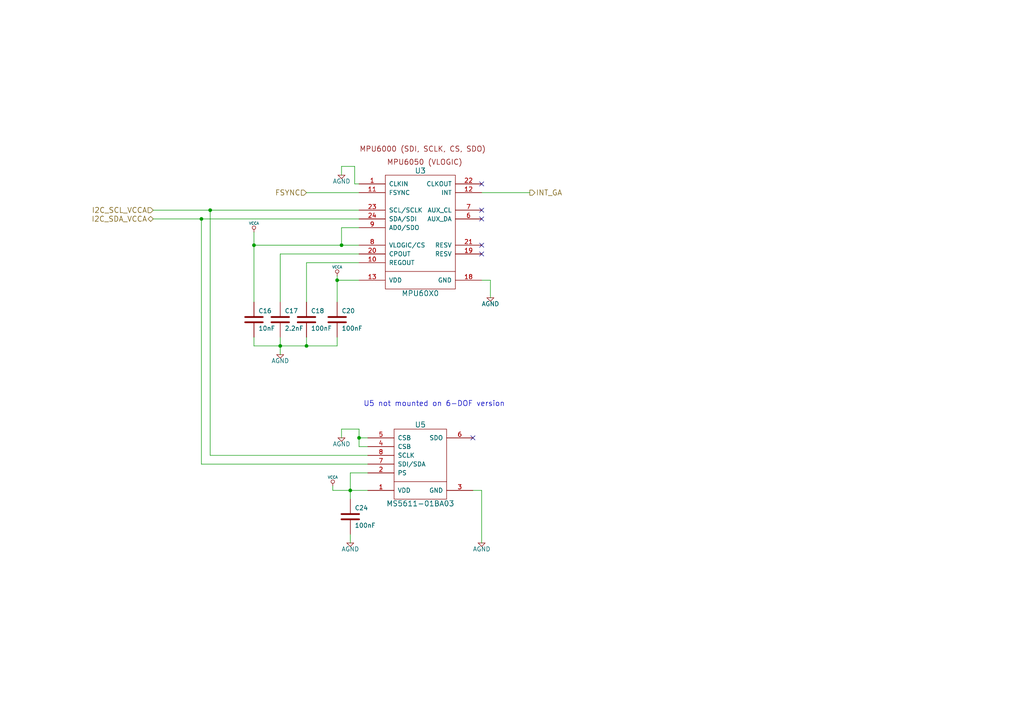
<source format=kicad_sch>
(kicad_sch (version 20211123) (generator eeschema)

  (uuid 5778dc8c-60fe-435e-b75a-362eae1b81ab)

  (paper "A4")

  (title_block
    (title "Crazyflie control board")
    (date "3 feb 2013")
    (rev "F")
    (company "Bitcraze AB (CC BY-NC-SA)")
  )

  (lib_symbols
    (symbol "Crazyflie-contol-board-rescue:AGND" (power) (pin_names (offset 0.254)) (in_bom yes) (on_board yes)
      (property "Reference" "#PWR" (id 0) (at 0 0 0)
        (effects (font (size 1.016 1.016)) hide)
      )
      (property "Value" "AGND" (id 1) (at 0 -1.778 0)
        (effects (font (size 1.27 1.27)))
      )
      (property "Footprint" "" (id 2) (at 0 0 0)
        (effects (font (size 1.27 1.27)) hide)
      )
      (property "Datasheet" "" (id 3) (at 0 0 0)
        (effects (font (size 1.27 1.27)) hide)
      )
      (symbol "AGND_0_1"
        (polyline
          (pts
            (xy -1.016 0)
            (xy 1.016 0)
            (xy 0 -1.016)
            (xy -1.016 0)
          )
          (stroke (width 0) (type default) (color 0 0 0 0))
          (fill (type none))
        )
      )
      (symbol "AGND_1_1"
        (pin power_in line (at 0 0 90) (length 0) hide
          (name "AGND" (effects (font (size 1.016 1.016))))
          (number "1" (effects (font (size 1.016 1.016))))
        )
      )
    )
    (symbol "Crazyflie-contol-board-rescue:C" (pin_numbers hide) (pin_names (offset 0.254)) (in_bom yes) (on_board yes)
      (property "Reference" "C" (id 0) (at 1.27 2.54 0)
        (effects (font (size 1.27 1.27)) (justify left))
      )
      (property "Value" "C" (id 1) (at 1.27 -2.54 0)
        (effects (font (size 1.27 1.27)) (justify left))
      )
      (property "Footprint" "" (id 2) (at 0 0 0)
        (effects (font (size 1.27 1.27)) hide)
      )
      (property "Datasheet" "" (id 3) (at 0 0 0)
        (effects (font (size 1.27 1.27)) hide)
      )
      (property "ki_fp_filters" "SM* C? C1-1" (id 4) (at 0 0 0)
        (effects (font (size 1.27 1.27)) hide)
      )
      (symbol "C_0_1"
        (polyline
          (pts
            (xy -2.54 -0.762)
            (xy 2.54 -0.762)
          )
          (stroke (width 0.508) (type default) (color 0 0 0 0))
          (fill (type none))
        )
        (polyline
          (pts
            (xy -2.54 0.762)
            (xy 2.54 0.762)
          )
          (stroke (width 0.508) (type default) (color 0 0 0 0))
          (fill (type none))
        )
      )
      (symbol "C_1_1"
        (pin passive line (at 0 5.08 270) (length 4.318)
          (name "~" (effects (font (size 1.016 1.016))))
          (number "1" (effects (font (size 1.016 1.016))))
        )
        (pin passive line (at 0 -5.08 90) (length 4.318)
          (name "~" (effects (font (size 1.016 1.016))))
          (number "2" (effects (font (size 1.016 1.016))))
        )
      )
    )
    (symbol "Crazyflie-contol-board-rescue:MPU60X0" (pin_names (offset 1.016)) (in_bom yes) (on_board yes)
      (property "Reference" "U" (id 0) (at 0 17.78 0)
        (effects (font (size 1.524 1.524)))
      )
      (property "Value" "MPU60X0" (id 1) (at 0 -17.78 0)
        (effects (font (size 1.524 1.524)))
      )
      (property "Footprint" "" (id 2) (at 0 0 0)
        (effects (font (size 1.27 1.27)) hide)
      )
      (property "Datasheet" "" (id 3) (at 0 0 0)
        (effects (font (size 1.27 1.27)) hide)
      )
      (symbol "MPU60X0_0_0"
        (text "MPU6000 (SDI, SCLK, CS, SDO) " (at 1.27 24.13 0)
          (effects (font (size 1.524 1.524)))
        )
        (text "MPU6050 (VLOGIC)" (at 1.27 20.32 0)
          (effects (font (size 1.524 1.524)))
        )
      )
      (symbol "MPU60X0_0_1"
        (rectangle (start -10.16 16.51) (end 10.16 -16.51)
          (stroke (width 0) (type default) (color 0 0 0 0))
          (fill (type none))
        )
        (polyline
          (pts
            (xy -10.16 -11.43)
            (xy 10.16 -11.43)
          )
          (stroke (width 0) (type default) (color 0 0 0 0))
          (fill (type none))
        )
      )
      (symbol "MPU60X0_1_1"
        (pin input line (at -17.78 13.97 0) (length 7.62)
          (name "CLKIN" (effects (font (size 1.27 1.27))))
          (number "1" (effects (font (size 1.27 1.27))))
        )
        (pin output line (at -17.78 -8.89 0) (length 7.62)
          (name "REGOUT" (effects (font (size 1.27 1.27))))
          (number "10" (effects (font (size 1.27 1.27))))
        )
        (pin input line (at -17.78 11.43 0) (length 7.62)
          (name "FSYNC" (effects (font (size 1.27 1.27))))
          (number "11" (effects (font (size 1.27 1.27))))
        )
        (pin output line (at 17.78 11.43 180) (length 7.62)
          (name "INT" (effects (font (size 1.27 1.27))))
          (number "12" (effects (font (size 1.27 1.27))))
        )
        (pin power_in line (at -17.78 -13.97 0) (length 7.62)
          (name "VDD" (effects (font (size 1.27 1.27))))
          (number "13" (effects (font (size 1.27 1.27))))
        )
        (pin power_in line (at 17.78 -13.97 180) (length 7.62)
          (name "GND" (effects (font (size 1.27 1.27))))
          (number "18" (effects (font (size 1.27 1.27))))
        )
        (pin input line (at 17.78 -6.35 180) (length 7.62)
          (name "RESV" (effects (font (size 1.27 1.27))))
          (number "19" (effects (font (size 1.27 1.27))))
        )
        (pin input line (at -17.78 -6.35 0) (length 7.62)
          (name "CPOUT" (effects (font (size 1.27 1.27))))
          (number "20" (effects (font (size 1.27 1.27))))
        )
        (pin input line (at 17.78 -3.81 180) (length 7.62)
          (name "RESV" (effects (font (size 1.27 1.27))))
          (number "21" (effects (font (size 1.27 1.27))))
        )
        (pin output line (at 17.78 13.97 180) (length 7.62)
          (name "CLKOUT" (effects (font (size 1.27 1.27))))
          (number "22" (effects (font (size 1.27 1.27))))
        )
        (pin bidirectional line (at -17.78 6.35 0) (length 7.62)
          (name "SCL/SCLK" (effects (font (size 1.27 1.27))))
          (number "23" (effects (font (size 1.27 1.27))))
        )
        (pin input line (at -17.78 3.81 0) (length 7.62)
          (name "SDA/SDI" (effects (font (size 1.27 1.27))))
          (number "24" (effects (font (size 1.27 1.27))))
        )
        (pin bidirectional line (at 17.78 3.81 180) (length 7.62)
          (name "AUX_DA" (effects (font (size 1.27 1.27))))
          (number "6" (effects (font (size 1.27 1.27))))
        )
        (pin bidirectional line (at 17.78 6.35 180) (length 7.62)
          (name "AUX_CL" (effects (font (size 1.27 1.27))))
          (number "7" (effects (font (size 1.27 1.27))))
        )
        (pin input line (at -17.78 -3.81 0) (length 7.62)
          (name "VLOGIC/CS" (effects (font (size 1.27 1.27))))
          (number "8" (effects (font (size 1.27 1.27))))
        )
        (pin input line (at -17.78 1.27 0) (length 7.62)
          (name "AD0/SDO" (effects (font (size 1.27 1.27))))
          (number "9" (effects (font (size 1.27 1.27))))
        )
      )
    )
    (symbol "Crazyflie-contol-board-rescue:MS5611-01BA01" (pin_names (offset 1.016)) (in_bom yes) (on_board yes)
      (property "Reference" "U" (id 0) (at 0 11.43 0)
        (effects (font (size 1.524 1.524)))
      )
      (property "Value" "MS5611-01BA01" (id 1) (at 0 -11.43 0)
        (effects (font (size 1.524 1.524)))
      )
      (property "Footprint" "" (id 2) (at 0 0 0)
        (effects (font (size 1.27 1.27)) hide)
      )
      (property "Datasheet" "" (id 3) (at 0 0 0)
        (effects (font (size 1.27 1.27)) hide)
      )
      (symbol "MS5611-01BA01_0_1"
        (rectangle (start -7.62 10.16) (end 7.62 -10.16)
          (stroke (width 0) (type default) (color 0 0 0 0))
          (fill (type none))
        )
        (polyline
          (pts
            (xy -7.62 -5.08)
            (xy 7.62 -5.08)
          )
          (stroke (width 0) (type default) (color 0 0 0 0))
          (fill (type none))
        )
      )
      (symbol "MS5611-01BA01_1_1"
        (pin power_in line (at -15.24 -7.62 0) (length 7.62)
          (name "VDD" (effects (font (size 1.27 1.27))))
          (number "1" (effects (font (size 1.27 1.27))))
        )
        (pin input line (at -15.24 -2.54 0) (length 7.62)
          (name "PS" (effects (font (size 1.27 1.27))))
          (number "2" (effects (font (size 1.27 1.27))))
        )
        (pin power_in line (at 15.24 -7.62 180) (length 7.62)
          (name "GND" (effects (font (size 1.27 1.27))))
          (number "3" (effects (font (size 1.27 1.27))))
        )
        (pin input line (at -15.24 5.08 0) (length 7.62)
          (name "CSB" (effects (font (size 1.27 1.27))))
          (number "4" (effects (font (size 1.27 1.27))))
        )
        (pin input line (at -15.24 7.62 0) (length 7.62)
          (name "CSB" (effects (font (size 1.27 1.27))))
          (number "5" (effects (font (size 1.27 1.27))))
        )
        (pin bidirectional line (at 15.24 7.62 180) (length 7.62)
          (name "SDO" (effects (font (size 1.27 1.27))))
          (number "6" (effects (font (size 1.27 1.27))))
        )
        (pin bidirectional line (at -15.24 0 0) (length 7.62)
          (name "SDI/SDA" (effects (font (size 1.27 1.27))))
          (number "7" (effects (font (size 1.27 1.27))))
        )
        (pin bidirectional line (at -15.24 2.54 0) (length 7.62)
          (name "SCLK" (effects (font (size 1.27 1.27))))
          (number "8" (effects (font (size 1.27 1.27))))
        )
      )
    )
    (symbol "Crazyflie-contol-board-rescue:VCCA" (power) (pin_names (offset 0)) (in_bom yes) (on_board yes)
      (property "Reference" "#PWR" (id 0) (at 0 2.54 0)
        (effects (font (size 0.762 0.762)) hide)
      )
      (property "Value" "VCCA" (id 1) (at 0 2.54 0)
        (effects (font (size 0.762 0.762)))
      )
      (property "Footprint" "" (id 2) (at 0 0 0)
        (effects (font (size 1.27 1.27)) hide)
      )
      (property "Datasheet" "" (id 3) (at 0 0 0)
        (effects (font (size 1.27 1.27)) hide)
      )
      (symbol "VCCA_0_0"
        (pin power_in line (at 0 0 90) (length 0) hide
          (name "VCCA" (effects (font (size 0.508 0.508))))
          (number "1" (effects (font (size 0.508 0.508))))
        )
      )
      (symbol "VCCA_0_1"
        (polyline
          (pts
            (xy 0 0)
            (xy 0 0.762)
            (xy 0 0.762)
          )
          (stroke (width 0) (type default) (color 0 0 0 0))
          (fill (type none))
        )
        (circle (center 0 1.27) (radius 0.508)
          (stroke (width 0) (type default) (color 0 0 0 0))
          (fill (type none))
        )
      )
    )
  )

  (junction (at 58.42 63.5) (diameter 0) (color 0 0 0 0)
    (uuid 0e18138e-f1a3-4288-bb34-3b6bcfb64ff6)
  )
  (junction (at 60.96 60.96) (diameter 0) (color 0 0 0 0)
    (uuid 2cd2fee2-51b2-4fcd-8c94-c435e6791358)
  )
  (junction (at 97.79 81.28) (diameter 0) (color 0 0 0 0)
    (uuid 35431843-170f-401f-88d7-da91172bed86)
  )
  (junction (at 73.66 71.12) (diameter 0) (color 0 0 0 0)
    (uuid 751752b1-1f0f-490c-ba43-2d34c357b41e)
  )
  (junction (at 101.6 142.24) (diameter 0) (color 0 0 0 0)
    (uuid 9a458d6a-a84c-4faf-913e-90bab231d3f8)
  )
  (junction (at 99.06 71.12) (diameter 0) (color 0 0 0 0)
    (uuid 9b315454-a4a0-4952-bdbe-d4a8e96c16f9)
  )
  (junction (at 88.9 100.33) (diameter 0) (color 0 0 0 0)
    (uuid a353a360-a1da-42d3-a5f2-38aafc184a50)
  )
  (junction (at 104.14 127) (diameter 0) (color 0 0 0 0)
    (uuid b9f8b708-1745-43ec-9646-59495cbc6e07)
  )
  (junction (at 81.28 100.33) (diameter 0) (color 0 0 0 0)
    (uuid d3dd0ba2-2496-4e95-8d54-12ee57bcbce2)
  )

  (no_connect (at 139.7 53.34) (uuid 296ded40-ed53-4798-8db4-dad7b794226b))
  (no_connect (at 139.7 71.12) (uuid 2e0f69a6-955c-44f2-af4d-b4ad566ef54b))
  (no_connect (at 139.7 73.66) (uuid 47be24ee-e15b-4cee-b84b-350111ac1499))
  (no_connect (at 137.16 127) (uuid b7ed4c31-5417-4fb5-9261-7dca42c1c776))
  (no_connect (at 139.7 60.96) (uuid dd4f23cd-8f89-457c-8b93-3828f8c20a8d))
  (no_connect (at 139.7 63.5) (uuid e4d60aa0-829b-452e-a0b4-f0b282cbe2f3))

  (wire (pts (xy 97.79 100.33) (xy 88.9 100.33))
    (stroke (width 0) (type default) (color 0 0 0 0))
    (uuid 073c8287-235c-4712-a9a0-60a07a1119d5)
  )
  (wire (pts (xy 104.14 66.04) (xy 99.06 66.04))
    (stroke (width 0) (type default) (color 0 0 0 0))
    (uuid 08ac4c42-16f0-4513-b91e-bf0b3a111257)
  )
  (wire (pts (xy 104.14 76.2) (xy 88.9 76.2))
    (stroke (width 0) (type default) (color 0 0 0 0))
    (uuid 09ab0b5c-3dee-42c8-b9e5-de0673874ccd)
  )
  (wire (pts (xy 104.14 124.46) (xy 104.14 127))
    (stroke (width 0) (type default) (color 0 0 0 0))
    (uuid 0ab1512b-eb91-4574-b11f-326e0ff10082)
  )
  (wire (pts (xy 104.14 71.12) (xy 99.06 71.12))
    (stroke (width 0) (type default) (color 0 0 0 0))
    (uuid 0e416ef5-3e03-4fa4-b2a6-3ab634a5ee03)
  )
  (wire (pts (xy 139.7 81.28) (xy 142.24 81.28))
    (stroke (width 0) (type default) (color 0 0 0 0))
    (uuid 133d5403-9be3-4603-824b-d3b76147e745)
  )
  (wire (pts (xy 104.14 53.34) (xy 102.87 53.34))
    (stroke (width 0) (type default) (color 0 0 0 0))
    (uuid 15a0f067-831a-4ddb-bdef-5fb7df267d8f)
  )
  (wire (pts (xy 60.96 60.96) (xy 60.96 132.08))
    (stroke (width 0) (type default) (color 0 0 0 0))
    (uuid 18208121-3872-4be3-a687-40854be3e1c8)
  )
  (wire (pts (xy 73.66 100.33) (xy 73.66 97.79))
    (stroke (width 0) (type default) (color 0 0 0 0))
    (uuid 19264aae-fe9e-4afc-84ac-56ec33a3b20d)
  )
  (wire (pts (xy 81.28 87.63) (xy 81.28 73.66))
    (stroke (width 0) (type default) (color 0 0 0 0))
    (uuid 1a734ace-0cd0-489a-9380-915322ff12bd)
  )
  (wire (pts (xy 102.87 53.34) (xy 102.87 48.26))
    (stroke (width 0) (type default) (color 0 0 0 0))
    (uuid 1ab4dceb-24cc-4050-aa74-e8fbb39d3760)
  )
  (wire (pts (xy 73.66 71.12) (xy 73.66 67.31))
    (stroke (width 0) (type default) (color 0 0 0 0))
    (uuid 1cbbfee4-06dd-44ee-af91-d336edf2459c)
  )
  (wire (pts (xy 81.28 73.66) (xy 104.14 73.66))
    (stroke (width 0) (type default) (color 0 0 0 0))
    (uuid 20e1c48c-ae14-4a88-835e-87633cbb6a1c)
  )
  (wire (pts (xy 104.14 55.88) (xy 88.9 55.88))
    (stroke (width 0) (type default) (color 0 0 0 0))
    (uuid 2b7c4f37-42c0-4571-a44b-b808484d3d74)
  )
  (wire (pts (xy 101.6 142.24) (xy 101.6 137.16))
    (stroke (width 0) (type default) (color 0 0 0 0))
    (uuid 33891c62-a79f-4243-b776-6be292690ac3)
  )
  (wire (pts (xy 60.96 132.08) (xy 106.68 132.08))
    (stroke (width 0) (type default) (color 0 0 0 0))
    (uuid 3768cce7-1e64-480e-bb38-0c6794a852ac)
  )
  (wire (pts (xy 99.06 48.26) (xy 102.87 48.26))
    (stroke (width 0) (type default) (color 0 0 0 0))
    (uuid 3d213c37-de80-490e-9f45-2814d3fc958b)
  )
  (wire (pts (xy 88.9 97.79) (xy 88.9 100.33))
    (stroke (width 0) (type default) (color 0 0 0 0))
    (uuid 3dfbccca-f469-4a6f-a8bd-5f55435b5cfa)
  )
  (wire (pts (xy 73.66 87.63) (xy 73.66 71.12))
    (stroke (width 0) (type default) (color 0 0 0 0))
    (uuid 4c717b47-484c-4d70-8fcd-83c406ff2d17)
  )
  (wire (pts (xy 44.45 63.5) (xy 58.42 63.5))
    (stroke (width 0) (type default) (color 0 0 0 0))
    (uuid 4d6dfe4f-0070-449e-bb5c-a3b1d4b26ba7)
  )
  (wire (pts (xy 99.06 66.04) (xy 99.06 71.12))
    (stroke (width 0) (type default) (color 0 0 0 0))
    (uuid 4fc3183f-297c-42b7-b3bd-25a9ea18c844)
  )
  (wire (pts (xy 58.42 63.5) (xy 104.14 63.5))
    (stroke (width 0) (type default) (color 0 0 0 0))
    (uuid 5ef603f2-8407-4088-9f29-0b64dd4b046f)
  )
  (wire (pts (xy 58.42 63.5) (xy 58.42 134.62))
    (stroke (width 0) (type default) (color 0 0 0 0))
    (uuid 6f78c1fb-f693-4737-b750-74e50c35a564)
  )
  (wire (pts (xy 104.14 81.28) (xy 97.79 81.28))
    (stroke (width 0) (type default) (color 0 0 0 0))
    (uuid 6fddc16f-ccc1-4ade-884c-d6efda461da8)
  )
  (wire (pts (xy 106.68 127) (xy 104.14 127))
    (stroke (width 0) (type default) (color 0 0 0 0))
    (uuid 7684f860-395c-40b3-8cc0-a644dcdbc220)
  )
  (wire (pts (xy 81.28 100.33) (xy 73.66 100.33))
    (stroke (width 0) (type default) (color 0 0 0 0))
    (uuid 76ee303c-1cfc-45a8-ae72-af3efaba6c47)
  )
  (wire (pts (xy 104.14 127) (xy 104.14 129.54))
    (stroke (width 0) (type default) (color 0 0 0 0))
    (uuid 7c11b885-29b4-4eb2-b782-dde8e3724f0c)
  )
  (wire (pts (xy 139.7 55.88) (xy 153.67 55.88))
    (stroke (width 0) (type default) (color 0 0 0 0))
    (uuid 7e232027-e1fd-4d55-a751-dd67130d7d22)
  )
  (wire (pts (xy 88.9 100.33) (xy 81.28 100.33))
    (stroke (width 0) (type default) (color 0 0 0 0))
    (uuid 844f01a0-ac23-4a99-910e-4e91c579bb2b)
  )
  (wire (pts (xy 99.06 127) (xy 99.06 124.46))
    (stroke (width 0) (type default) (color 0 0 0 0))
    (uuid 84d5cf13-52aa-4648-82e7-8be6e886a6b2)
  )
  (wire (pts (xy 81.28 102.87) (xy 81.28 100.33))
    (stroke (width 0) (type default) (color 0 0 0 0))
    (uuid 85d211d4-76e7-4e49-a9c8-2e1cc8ab5805)
  )
  (wire (pts (xy 97.79 81.28) (xy 97.79 87.63))
    (stroke (width 0) (type default) (color 0 0 0 0))
    (uuid 872313a4-03e6-4e4a-b850-f54dcb50f9fc)
  )
  (wire (pts (xy 101.6 142.24) (xy 96.52 142.24))
    (stroke (width 0) (type default) (color 0 0 0 0))
    (uuid 9ed54841-4bec-491f-817d-b7e8b25ca06c)
  )
  (wire (pts (xy 101.6 137.16) (xy 106.68 137.16))
    (stroke (width 0) (type default) (color 0 0 0 0))
    (uuid a1d977e9-aa2c-4b7a-b2e3-8ff3b816e1f2)
  )
  (wire (pts (xy 101.6 144.78) (xy 101.6 142.24))
    (stroke (width 0) (type default) (color 0 0 0 0))
    (uuid a4a80e68-9a9c-4dac-84a7-a9f3c47a0961)
  )
  (wire (pts (xy 96.52 142.24) (xy 96.52 140.97))
    (stroke (width 0) (type default) (color 0 0 0 0))
    (uuid aaf0fd50-bb22-4408-be5a-88f5ba4193be)
  )
  (wire (pts (xy 106.68 142.24) (xy 101.6 142.24))
    (stroke (width 0) (type default) (color 0 0 0 0))
    (uuid acd72527-a657-482d-a530-89a1347375fc)
  )
  (wire (pts (xy 58.42 134.62) (xy 106.68 134.62))
    (stroke (width 0) (type default) (color 0 0 0 0))
    (uuid bbb99edd-f016-43ea-b1c7-0bcdd1915ee8)
  )
  (wire (pts (xy 99.06 71.12) (xy 73.66 71.12))
    (stroke (width 0) (type default) (color 0 0 0 0))
    (uuid bce25bd3-0fe5-4c8f-bd6c-39e2d62ee70a)
  )
  (wire (pts (xy 97.79 80.01) (xy 97.79 81.28))
    (stroke (width 0) (type default) (color 0 0 0 0))
    (uuid c11e04e4-f63f-46b9-9a9c-9c7df49e614a)
  )
  (wire (pts (xy 99.06 48.26) (xy 99.06 50.8))
    (stroke (width 0) (type default) (color 0 0 0 0))
    (uuid c202ddee-78ab-4ebb-beca-559aaf118430)
  )
  (wire (pts (xy 60.96 60.96) (xy 104.14 60.96))
    (stroke (width 0) (type default) (color 0 0 0 0))
    (uuid c2e901e5-a4cd-4374-af38-0566255ecbea)
  )
  (wire (pts (xy 137.16 142.24) (xy 139.7 142.24))
    (stroke (width 0) (type default) (color 0 0 0 0))
    (uuid d9198b20-68ab-4f03-9039-95a74aeba0d6)
  )
  (wire (pts (xy 104.14 129.54) (xy 106.68 129.54))
    (stroke (width 0) (type default) (color 0 0 0 0))
    (uuid dbfb14d7-1f97-4dd2-9004-1d129d3b4221)
  )
  (wire (pts (xy 99.06 124.46) (xy 104.14 124.46))
    (stroke (width 0) (type default) (color 0 0 0 0))
    (uuid de2abbd8-9b48-47ba-b77e-4c65ca048af6)
  )
  (wire (pts (xy 142.24 81.28) (xy 142.24 86.36))
    (stroke (width 0) (type default) (color 0 0 0 0))
    (uuid de5c2064-b9e1-4057-a8cc-9308019ef4d3)
  )
  (wire (pts (xy 88.9 76.2) (xy 88.9 87.63))
    (stroke (width 0) (type default) (color 0 0 0 0))
    (uuid e0781b80-6f1b-4d08-b53f-b7d3f582e2ea)
  )
  (wire (pts (xy 97.79 97.79) (xy 97.79 100.33))
    (stroke (width 0) (type default) (color 0 0 0 0))
    (uuid e463ba2a-1cbc-4995-82d8-59710b3fcd2f)
  )
  (wire (pts (xy 101.6 154.94) (xy 101.6 157.48))
    (stroke (width 0) (type default) (color 0 0 0 0))
    (uuid e5889358-36b5-4652-9d71-4d4aa652a144)
  )
  (wire (pts (xy 139.7 142.24) (xy 139.7 157.48))
    (stroke (width 0) (type default) (color 0 0 0 0))
    (uuid e6cd2cdd-d49b-4491-8a15-4c46254b5c0a)
  )
  (wire (pts (xy 44.45 60.96) (xy 60.96 60.96))
    (stroke (width 0) (type default) (color 0 0 0 0))
    (uuid ed9596e5-f4f2-4fc2-bb34-16ad21b3b120)
  )
  (wire (pts (xy 81.28 100.33) (xy 81.28 97.79))
    (stroke (width 0) (type default) (color 0 0 0 0))
    (uuid f8e9fc00-8f60-4688-b1c9-6de1e4c0c204)
  )

  (text "U5 not mounted on 6-DOF version" (at 105.41 118.11 0)
    (effects (font (size 1.524 1.524)) (justify left bottom))
    (uuid a2a4b1ad-c51a-492d-9e99-410eec4f55a3)
  )

  (hierarchical_label "I2C_SDA_VCCA" (shape bidirectional) (at 44.45 63.5 180)
    (effects (font (size 1.524 1.524)) (justify right))
    (uuid 61fae217-e18a-4e68-8630-42cc06a8ba2f)
  )
  (hierarchical_label "I2C_SCL_VCCA" (shape input) (at 44.45 60.96 180)
    (effects (font (size 1.524 1.524)) (justify right))
    (uuid 927b1eb6-e6f4-412f-9a58-8dc81a4889a0)
  )
  (hierarchical_label "INT_GA" (shape output) (at 153.67 55.88 0)
    (effects (font (size 1.524 1.524)) (justify left))
    (uuid cce1404b-fc30-47cc-b852-e0061990f2bb)
  )
  (hierarchical_label "FSYNC" (shape input) (at 88.9 55.88 180)
    (effects (font (size 1.524 1.524)) (justify right))
    (uuid f364b99f-4502-4cba-a96d-4ed35ad108b5)
  )

  (symbol (lib_id "Crazyflie-contol-board-rescue:MPU60X0") (at 121.92 67.31 0) (unit 1)
    (in_bom yes) (on_board yes)
    (uuid 00000000-0000-0000-0000-00004f679756)
    (property "Reference" "U3" (id 0) (at 121.92 49.53 0)
      (effects (font (size 1.524 1.524)))
    )
    (property "Value" "MPU60X0" (id 1) (at 121.92 85.09 0)
      (effects (font (size 1.524 1.524)))
    )
    (property "Footprint" "MPU60X0" (id 2) (at 121.92 82.55 0)
      (effects (font (size 1.524 1.524)) hide)
    )
    (property "Datasheet" "" (id 3) (at 121.92 67.31 0)
      (effects (font (size 1.27 1.27)) hide)
    )
    (property "Fält4" "Invensense" (id 4) (at 121.92 67.31 0)
      (effects (font (size 1.524 1.524)) hide)
    )
    (property "Fält5" "MPU6050" (id 5) (at 121.92 67.31 0)
      (effects (font (size 1.524 1.524)) hide)
    )
    (pin "1" (uuid 10d4acf9-eb07-4704-a954-054e4658f650))
    (pin "10" (uuid 4572eec0-5fb0-46c6-89b0-d3341f37f9b8))
    (pin "11" (uuid 497283dc-5316-4045-8e79-68a8bb50f4f5))
    (pin "12" (uuid 18282a1a-7012-465b-b257-9994d1176f23))
    (pin "13" (uuid e02aa7f6-3311-45f9-a392-49d8927cbc6a))
    (pin "18" (uuid 1e9dcbc0-ed04-41e3-9512-fbb37cd7d179))
    (pin "19" (uuid 29ba223f-0062-42d7-819b-390aa3bcacc3))
    (pin "20" (uuid bc0c4d76-7073-443a-8935-0c1edc20eb60))
    (pin "21" (uuid 3aed5f29-363b-4eca-a21e-756b68fe8f23))
    (pin "22" (uuid 388986aa-d9a5-485c-b2a5-20f9608e57de))
    (pin "23" (uuid d62b9747-f33c-4238-945e-0988aa465b71))
    (pin "24" (uuid a1df41ee-57e8-4cf8-a863-aa2ac7fada82))
    (pin "6" (uuid 53450cca-0496-4005-a7ef-5b1ae88fa402))
    (pin "7" (uuid c41835e2-2b20-4f99-a85d-b1859480e6e6))
    (pin "8" (uuid 435960f9-5f02-4a62-b70b-90c1310d341d))
    (pin "9" (uuid 245afab8-87c2-4797-af78-aa00d5229c94))
  )

  (symbol (lib_id "Crazyflie-contol-board-rescue:AGND") (at 142.24 86.36 0) (unit 1)
    (in_bom yes) (on_board yes)
    (uuid 00000000-0000-0000-0000-00004f679a8c)
    (property "Reference" "#PWR042" (id 0) (at 142.24 86.36 0)
      (effects (font (size 1.016 1.016)) hide)
    )
    (property "Value" "AGND" (id 1) (at 142.24 88.138 0))
    (property "Footprint" "" (id 2) (at 142.24 86.36 0)
      (effects (font (size 1.27 1.27)) hide)
    )
    (property "Datasheet" "" (id 3) (at 142.24 86.36 0)
      (effects (font (size 1.27 1.27)) hide)
    )
    (pin "1" (uuid c96c3a49-3f05-45b3-9f34-07e1339feb50))
  )

  (symbol (lib_id "Crazyflie-contol-board-rescue:VCCA") (at 97.79 80.01 0) (unit 1)
    (in_bom yes) (on_board yes)
    (uuid 00000000-0000-0000-0000-00004f679a8f)
    (property "Reference" "#PWR041" (id 0) (at 97.79 77.47 0)
      (effects (font (size 0.762 0.762)) hide)
    )
    (property "Value" "VCCA" (id 1) (at 97.79 77.47 0)
      (effects (font (size 0.762 0.762)))
    )
    (property "Footprint" "" (id 2) (at 97.79 80.01 0)
      (effects (font (size 1.27 1.27)) hide)
    )
    (property "Datasheet" "" (id 3) (at 97.79 80.01 0)
      (effects (font (size 1.27 1.27)) hide)
    )
    (pin "1" (uuid 3f473a8d-2328-4446-9e36-aaf72c0dfceb))
  )

  (symbol (lib_id "Crazyflie-contol-board-rescue:C") (at 97.79 92.71 0) (unit 1)
    (in_bom yes) (on_board yes)
    (uuid 00000000-0000-0000-0000-00004f679a90)
    (property "Reference" "C20" (id 0) (at 99.06 90.17 0)
      (effects (font (size 1.27 1.27)) (justify left))
    )
    (property "Value" "100nF" (id 1) (at 99.06 95.25 0)
      (effects (font (size 1.27 1.27)) (justify left))
    )
    (property "Footprint" "SM0603_Capa" (id 2) (at 97.79 92.71 0)
      (effects (font (size 1.524 1.524)) hide)
    )
    (property "Datasheet" "" (id 3) (at 97.79 92.71 0)
      (effects (font (size 1.27 1.27)) hide)
    )
    (pin "1" (uuid 43d030b0-c46c-4448-bc9e-987f12c7559d))
    (pin "2" (uuid f0305a19-1293-46c9-9810-aa49b8dab8a4))
  )

  (symbol (lib_id "Crazyflie-contol-board-rescue:C") (at 81.28 92.71 0) (unit 1)
    (in_bom yes) (on_board yes)
    (uuid 00000000-0000-0000-0000-00004f679a91)
    (property "Reference" "C17" (id 0) (at 82.55 90.17 0)
      (effects (font (size 1.27 1.27)) (justify left))
    )
    (property "Value" "2.2nF" (id 1) (at 82.55 95.25 0)
      (effects (font (size 1.27 1.27)) (justify left))
    )
    (property "Footprint" "SM0603_Capa" (id 2) (at 81.28 92.71 0)
      (effects (font (size 1.524 1.524)) hide)
    )
    (property "Datasheet" "" (id 3) (at 81.28 92.71 0)
      (effects (font (size 1.27 1.27)) hide)
    )
    (pin "1" (uuid 056f9cb3-715f-434f-b47c-815c372d9a5b))
    (pin "2" (uuid 22785b00-396f-44a8-8e08-62628c54033a))
  )

  (symbol (lib_id "Crazyflie-contol-board-rescue:AGND") (at 81.28 102.87 0) (unit 1)
    (in_bom yes) (on_board yes)
    (uuid 00000000-0000-0000-0000-00004f679afc)
    (property "Reference" "#PWR040" (id 0) (at 81.28 102.87 0)
      (effects (font (size 1.016 1.016)) hide)
    )
    (property "Value" "AGND" (id 1) (at 81.28 104.648 0))
    (property "Footprint" "" (id 2) (at 81.28 102.87 0)
      (effects (font (size 1.27 1.27)) hide)
    )
    (property "Datasheet" "" (id 3) (at 81.28 102.87 0)
      (effects (font (size 1.27 1.27)) hide)
    )
    (pin "1" (uuid 7e72304a-4161-4a22-8d65-75ee76dcdf69))
  )

  (symbol (lib_id "Crazyflie-contol-board-rescue:C") (at 73.66 92.71 0) (unit 1)
    (in_bom yes) (on_board yes)
    (uuid 00000000-0000-0000-0000-00004f679c97)
    (property "Reference" "C16" (id 0) (at 74.93 90.17 0)
      (effects (font (size 1.27 1.27)) (justify left))
    )
    (property "Value" "10nF" (id 1) (at 74.93 95.25 0)
      (effects (font (size 1.27 1.27)) (justify left))
    )
    (property "Footprint" "SM0603_Capa" (id 2) (at 73.66 92.71 0)
      (effects (font (size 1.524 1.524)) hide)
    )
    (property "Datasheet" "" (id 3) (at 73.66 92.71 0)
      (effects (font (size 1.27 1.27)) hide)
    )
    (pin "1" (uuid c034fa22-c359-4a30-b345-2b159807ba6c))
    (pin "2" (uuid 988c23bd-6bf9-4ea3-a1d5-3f5ff466a45e))
  )

  (symbol (lib_id "Crazyflie-contol-board-rescue:VCCA") (at 73.66 67.31 0) (unit 1)
    (in_bom yes) (on_board yes)
    (uuid 00000000-0000-0000-0000-00004f679cf2)
    (property "Reference" "#PWR039" (id 0) (at 73.66 64.77 0)
      (effects (font (size 0.762 0.762)) hide)
    )
    (property "Value" "VCCA" (id 1) (at 73.66 64.77 0)
      (effects (font (size 0.762 0.762)))
    )
    (property "Footprint" "" (id 2) (at 73.66 67.31 0)
      (effects (font (size 1.27 1.27)) hide)
    )
    (property "Datasheet" "" (id 3) (at 73.66 67.31 0)
      (effects (font (size 1.27 1.27)) hide)
    )
    (pin "1" (uuid 53ca97d4-db85-46f1-866a-72ac5fba2bbf))
  )

  (symbol (lib_id "Crazyflie-contol-board-rescue:C") (at 88.9 92.71 0) (unit 1)
    (in_bom yes) (on_board yes)
    (uuid 00000000-0000-0000-0000-00004f679fc3)
    (property "Reference" "C18" (id 0) (at 90.17 90.17 0)
      (effects (font (size 1.27 1.27)) (justify left))
    )
    (property "Value" "100nF" (id 1) (at 90.17 95.25 0)
      (effects (font (size 1.27 1.27)) (justify left))
    )
    (property "Footprint" "SM0603_Capa" (id 2) (at 88.9 92.71 0)
      (effects (font (size 1.524 1.524)) hide)
    )
    (property "Datasheet" "" (id 3) (at 88.9 92.71 0)
      (effects (font (size 1.27 1.27)) hide)
    )
    (pin "1" (uuid f238640e-3401-420a-ac31-a433f268cbfc))
    (pin "2" (uuid bace1c82-95a6-4669-a7e7-5bc2416e7e84))
  )

  (symbol (lib_id "Crazyflie-contol-board-rescue:AGND") (at 99.06 50.8 0) (unit 1)
    (in_bom yes) (on_board yes)
    (uuid 00000000-0000-0000-0000-00004f683f1d)
    (property "Reference" "#PWR038" (id 0) (at 99.06 50.8 0)
      (effects (font (size 1.016 1.016)) hide)
    )
    (property "Value" "AGND" (id 1) (at 99.06 52.578 0))
    (property "Footprint" "" (id 2) (at 99.06 50.8 0)
      (effects (font (size 1.27 1.27)) hide)
    )
    (property "Datasheet" "" (id 3) (at 99.06 50.8 0)
      (effects (font (size 1.27 1.27)) hide)
    )
    (pin "1" (uuid 291cc86e-d7a1-4f14-983b-0e47c854bfea))
  )

  (symbol (lib_id "Crazyflie-contol-board-rescue:MS5611-01BA01") (at 121.92 134.62 0) (unit 1)
    (in_bom yes) (on_board yes)
    (uuid 00000000-0000-0000-0000-00004f6999f7)
    (property "Reference" "U5" (id 0) (at 121.92 123.19 0)
      (effects (font (size 1.524 1.524)))
    )
    (property "Value" "MS5611-01BA03" (id 1) (at 121.92 146.05 0)
      (effects (font (size 1.524 1.524)))
    )
    (property "Footprint" "MS5611" (id 2) (at 121.92 143.51 0)
      (effects (font (size 1.524 1.524)) hide)
    )
    (property "Datasheet" "" (id 3) (at 121.92 134.62 0)
      (effects (font (size 1.27 1.27)) hide)
    )
    (property "Fält4" "Measurement Specialties" (id 4) (at 121.92 134.62 0)
      (effects (font (size 1.524 1.524)) hide)
    )
    (property "Fält5" "MS5611-01BA03" (id 5) (at 121.92 134.62 0)
      (effects (font (size 1.524 1.524)) hide)
    )
    (pin "1" (uuid 9180d7c2-ce82-4cd5-b2d5-d944586fb090))
    (pin "2" (uuid d6359131-a990-459a-850e-6c100e2b0fca))
    (pin "3" (uuid d854e56c-a962-466d-bce7-bfb3c9c54498))
    (pin "4" (uuid 8baf31fa-31f2-4e84-ad86-348df774f617))
    (pin "5" (uuid d2eb360b-2bc4-4408-a8b3-07959277e262))
    (pin "6" (uuid d4a14347-f106-4fab-9c3e-cd8a875c683c))
    (pin "7" (uuid 777a7d71-7105-4515-9e2c-011e98c36c8b))
    (pin "8" (uuid fad34361-5673-4b6b-8616-ccc33cd00c24))
  )

  (symbol (lib_id "Crazyflie-contol-board-rescue:AGND") (at 139.7 157.48 0) (unit 1)
    (in_bom yes) (on_board yes)
    (uuid 00000000-0000-0000-0000-00004f699a16)
    (property "Reference" "#PWR034" (id 0) (at 139.7 157.48 0)
      (effects (font (size 1.016 1.016)) hide)
    )
    (property "Value" "AGND" (id 1) (at 139.7 159.258 0))
    (property "Footprint" "" (id 2) (at 139.7 157.48 0)
      (effects (font (size 1.27 1.27)) hide)
    )
    (property "Datasheet" "" (id 3) (at 139.7 157.48 0)
      (effects (font (size 1.27 1.27)) hide)
    )
    (pin "1" (uuid f75ad864-f096-4907-b31d-1a5733db4331))
  )

  (symbol (lib_id "Crazyflie-contol-board-rescue:AGND") (at 101.6 157.48 0) (unit 1)
    (in_bom yes) (on_board yes)
    (uuid 00000000-0000-0000-0000-00004f699a1c)
    (property "Reference" "#PWR033" (id 0) (at 101.6 157.48 0)
      (effects (font (size 1.016 1.016)) hide)
    )
    (property "Value" "AGND" (id 1) (at 101.6 159.258 0))
    (property "Footprint" "" (id 2) (at 101.6 157.48 0)
      (effects (font (size 1.27 1.27)) hide)
    )
    (property "Datasheet" "" (id 3) (at 101.6 157.48 0)
      (effects (font (size 1.27 1.27)) hide)
    )
    (pin "1" (uuid 141d55e7-f9fa-486e-a08c-0c5785aa9581))
  )

  (symbol (lib_id "Crazyflie-contol-board-rescue:C") (at 101.6 149.86 0) (unit 1)
    (in_bom yes) (on_board yes)
    (uuid 00000000-0000-0000-0000-00004f699a20)
    (property "Reference" "C24" (id 0) (at 102.87 147.32 0)
      (effects (font (size 1.27 1.27)) (justify left))
    )
    (property "Value" "100nF" (id 1) (at 102.87 152.4 0)
      (effects (font (size 1.27 1.27)) (justify left))
    )
    (property "Footprint" "SM0603_Capa" (id 2) (at 101.6 149.86 0)
      (effects (font (size 1.524 1.524)) hide)
    )
    (property "Datasheet" "" (id 3) (at 101.6 149.86 0)
      (effects (font (size 1.27 1.27)) hide)
    )
    (pin "1" (uuid d1dfa0d9-6085-48b0-8c67-e7d0c2f5ffb4))
    (pin "2" (uuid 684dd321-c877-439a-a4d1-bec26f55cf89))
  )

  (symbol (lib_id "Crazyflie-contol-board-rescue:AGND") (at 99.06 127 0) (unit 1)
    (in_bom yes) (on_board yes)
    (uuid 00000000-0000-0000-0000-00004f699a57)
    (property "Reference" "#PWR032" (id 0) (at 99.06 127 0)
      (effects (font (size 1.016 1.016)) hide)
    )
    (property "Value" "AGND" (id 1) (at 99.06 128.778 0))
    (property "Footprint" "" (id 2) (at 99.06 127 0)
      (effects (font (size 1.27 1.27)) hide)
    )
    (property "Datasheet" "" (id 3) (at 99.06 127 0)
      (effects (font (size 1.27 1.27)) hide)
    )
    (pin "1" (uuid 2097c02a-9419-426d-a010-cdecd44e7e36))
  )

  (symbol (lib_id "Crazyflie-contol-board-rescue:VCCA") (at 96.52 140.97 0) (unit 1)
    (in_bom yes) (on_board yes)
    (uuid 00000000-0000-0000-0000-00004f699ab7)
    (property "Reference" "#PWR031" (id 0) (at 96.52 138.43 0)
      (effects (font (size 0.762 0.762)) hide)
    )
    (property "Value" "VCCA" (id 1) (at 96.52 138.43 0)
      (effects (font (size 0.762 0.762)))
    )
    (property "Footprint" "" (id 2) (at 96.52 140.97 0)
      (effects (font (size 1.27 1.27)) hide)
    )
    (property "Datasheet" "" (id 3) (at 96.52 140.97 0)
      (effects (font (size 1.27 1.27)) hide)
    )
    (pin "1" (uuid aed6fd45-9008-49c0-8589-6686d15e36cc))
  )

  (sheet_instances
    (path "/" (page "1"))
  )

  (symbol_instances
    (path "/00000000-0000-0000-0000-00004f699ab7"
      (reference "#PWR031") (unit 1) (value "VCCA") (footprint "")
    )
    (path "/00000000-0000-0000-0000-00004f699a57"
      (reference "#PWR032") (unit 1) (value "AGND") (footprint "")
    )
    (path "/00000000-0000-0000-0000-00004f699a1c"
      (reference "#PWR033") (unit 1) (value "AGND") (footprint "")
    )
    (path "/00000000-0000-0000-0000-00004f699a16"
      (reference "#PWR034") (unit 1) (value "AGND") (footprint "")
    )
    (path "/00000000-0000-0000-0000-00004f683f1d"
      (reference "#PWR038") (unit 1) (value "AGND") (footprint "")
    )
    (path "/00000000-0000-0000-0000-00004f679cf2"
      (reference "#PWR039") (unit 1) (value "VCCA") (footprint "")
    )
    (path "/00000000-0000-0000-0000-00004f679afc"
      (reference "#PWR040") (unit 1) (value "AGND") (footprint "")
    )
    (path "/00000000-0000-0000-0000-00004f679a8f"
      (reference "#PWR041") (unit 1) (value "VCCA") (footprint "")
    )
    (path "/00000000-0000-0000-0000-00004f679a8c"
      (reference "#PWR042") (unit 1) (value "AGND") (footprint "")
    )
    (path "/00000000-0000-0000-0000-00004f679c97"
      (reference "C16") (unit 1) (value "10nF") (footprint "SM0603_Capa")
    )
    (path "/00000000-0000-0000-0000-00004f679a91"
      (reference "C17") (unit 1) (value "2.2nF") (footprint "SM0603_Capa")
    )
    (path "/00000000-0000-0000-0000-00004f679fc3"
      (reference "C18") (unit 1) (value "100nF") (footprint "SM0603_Capa")
    )
    (path "/00000000-0000-0000-0000-00004f679a90"
      (reference "C20") (unit 1) (value "100nF") (footprint "SM0603_Capa")
    )
    (path "/00000000-0000-0000-0000-00004f699a20"
      (reference "C24") (unit 1) (value "100nF") (footprint "SM0603_Capa")
    )
    (path "/00000000-0000-0000-0000-00004f679756"
      (reference "U3") (unit 1) (value "MPU60X0") (footprint "MPU60X0")
    )
    (path "/00000000-0000-0000-0000-00004f6999f7"
      (reference "U5") (unit 1) (value "MS5611-01BA03") (footprint "MS5611")
    )
  )
)

</source>
